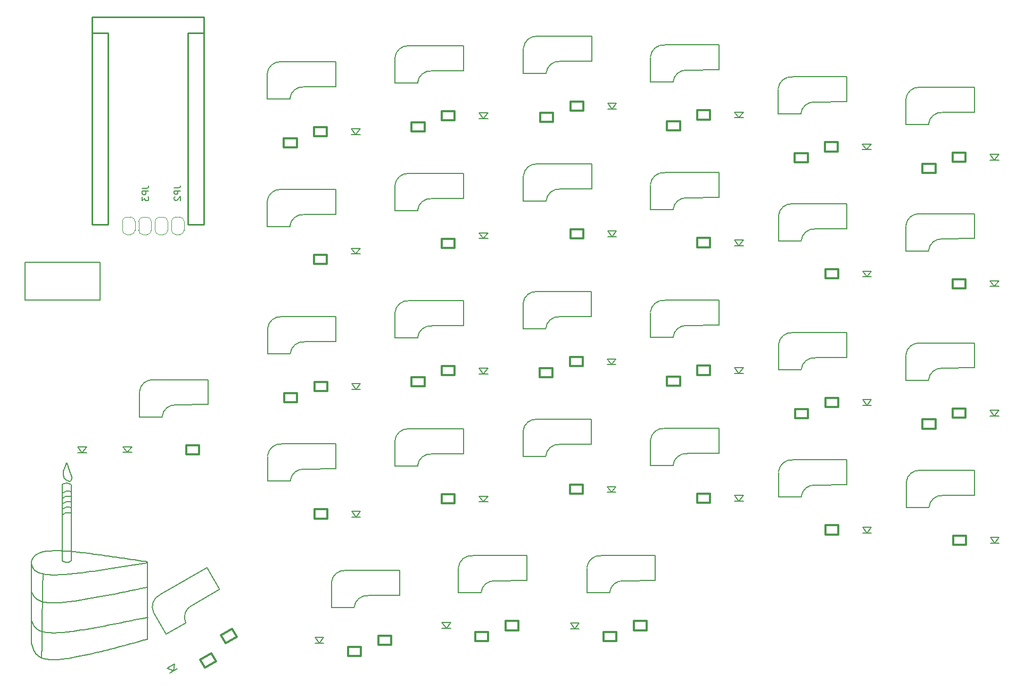
<source format=gbr>
%TF.GenerationSoftware,KiCad,Pcbnew,(5.1.8)-1*%
%TF.CreationDate,2020-12-16T21:53:35-07:00*%
%TF.ProjectId,RGBCakeBoard,52474243-616b-4654-926f-6172642e6b69,rev?*%
%TF.SameCoordinates,Original*%
%TF.FileFunction,Legend,Bot*%
%TF.FilePolarity,Positive*%
%FSLAX46Y46*%
G04 Gerber Fmt 4.6, Leading zero omitted, Abs format (unit mm)*
G04 Created by KiCad (PCBNEW (5.1.8)-1) date 2020-12-16 21:53:35*
%MOMM*%
%LPD*%
G01*
G04 APERTURE LIST*
%ADD10C,0.200000*%
%ADD11C,0.300000*%
%ADD12C,0.150000*%
%ADD13C,0.120000*%
%ADD14C,0.250000*%
G04 APERTURE END LIST*
D10*
X78841600Y-122631200D02*
X79044542Y-122613215D01*
X79044542Y-122613215D02*
X79248646Y-122628805D01*
X79248646Y-122628805D02*
X79453461Y-122664831D01*
X79453461Y-122664831D02*
X79567387Y-122688841D01*
X78132615Y-123869389D02*
X78309394Y-123762243D01*
X78309394Y-123762243D02*
X78486557Y-123664330D01*
X78486557Y-123664330D02*
X78686791Y-123576715D01*
X78686791Y-123576715D02*
X78843532Y-123533152D01*
X78134298Y-131143817D02*
X78134298Y-119014804D01*
X77026358Y-137864932D02*
X76744806Y-137869038D01*
X76744806Y-137869038D02*
X76478722Y-137866750D01*
X76478722Y-137866750D02*
X76227606Y-137858272D01*
X76227606Y-137858272D02*
X75990959Y-137843812D01*
X75990959Y-137843812D02*
X75768282Y-137823575D01*
X75768282Y-137823575D02*
X75559076Y-137797768D01*
X75559076Y-137797768D02*
X75179083Y-137730267D01*
X75179083Y-137730267D02*
X74846987Y-137642961D01*
X74846987Y-137642961D02*
X74558797Y-137537498D01*
X74558797Y-137537498D02*
X74310521Y-137415530D01*
X74310521Y-137415530D02*
X74098168Y-137278705D01*
X74098168Y-137278705D02*
X73917746Y-137128674D01*
X73917746Y-137128674D02*
X73765263Y-136967087D01*
X73765263Y-136967087D02*
X73636728Y-136795594D01*
X73636728Y-136795594D02*
X73528149Y-136615846D01*
X73528149Y-136615846D02*
X73435535Y-136429491D01*
X73435535Y-136429491D02*
X73354894Y-136238181D01*
X73354894Y-136238181D02*
X73282233Y-136043564D01*
X73282233Y-136043564D02*
X73213563Y-135847293D01*
X78833875Y-121765944D02*
X79036818Y-121747959D01*
X79036818Y-121747959D02*
X79240921Y-121763549D01*
X79240921Y-121763549D02*
X79445735Y-121799575D01*
X79445735Y-121799575D02*
X79559662Y-121823585D01*
X79602139Y-131143817D02*
X79411765Y-131284537D01*
X79411765Y-131284537D02*
X79192358Y-131377105D01*
X79192358Y-131377105D02*
X78980765Y-131406556D01*
X78980765Y-131406556D02*
X78737407Y-131383323D01*
X78737407Y-131383323D02*
X78516305Y-131320927D01*
X78516305Y-131320927D02*
X78268797Y-131214735D01*
X78268797Y-131214735D02*
X78134298Y-131143817D01*
X75112880Y-133232076D02*
X75094622Y-133438612D01*
X75094622Y-133438612D02*
X75081195Y-133653513D01*
X75081195Y-133653513D02*
X75070027Y-133899921D01*
X75070027Y-133899921D02*
X75061315Y-134143080D01*
X75061315Y-134143080D02*
X75052255Y-134446901D01*
X75052255Y-134446901D02*
X75045994Y-134687880D01*
X75045994Y-134687880D02*
X75039537Y-134962916D01*
X75039537Y-134962916D02*
X75032867Y-135274848D01*
X75032867Y-135274848D02*
X75025969Y-135626513D01*
X75025969Y-135626513D02*
X75018826Y-136020752D01*
X79602139Y-119014804D02*
X79602139Y-131143817D01*
X78857749Y-115587379D02*
X78755826Y-115820083D01*
X78755826Y-115820083D02*
X78656995Y-116051441D01*
X78656995Y-116051441D02*
X78564352Y-116280098D01*
X78564352Y-116280098D02*
X78480991Y-116504698D01*
X78480991Y-116504698D02*
X78410010Y-116723885D01*
X78410010Y-116723885D02*
X78354503Y-116936304D01*
X78354503Y-116936304D02*
X78317566Y-117140599D01*
X78317566Y-117140599D02*
X78302296Y-117335415D01*
X77088162Y-142639283D02*
X76806610Y-142643389D01*
X76806610Y-142643389D02*
X76540526Y-142641101D01*
X76540526Y-142641101D02*
X76289410Y-142632623D01*
X76289410Y-142632623D02*
X76052763Y-142618162D01*
X76052763Y-142618162D02*
X75830086Y-142597925D01*
X75830086Y-142597925D02*
X75620880Y-142572118D01*
X75620880Y-142572118D02*
X75240887Y-142504618D01*
X75240887Y-142504618D02*
X74908791Y-142417311D01*
X74908791Y-142417311D02*
X74620601Y-142311848D01*
X74620601Y-142311848D02*
X74372326Y-142189880D01*
X74372326Y-142189880D02*
X74159973Y-142053055D01*
X74159973Y-142053055D02*
X73979551Y-141903024D01*
X73979551Y-141903024D02*
X73827068Y-141741438D01*
X73827068Y-141741438D02*
X73698533Y-141569945D01*
X73698533Y-141569945D02*
X73589955Y-141390197D01*
X73589955Y-141390197D02*
X73497341Y-141203842D01*
X73497341Y-141203842D02*
X73416699Y-141012532D01*
X73416699Y-141012532D02*
X73344039Y-140817916D01*
X73344039Y-140817916D02*
X73275369Y-140621645D01*
X78134298Y-119014804D02*
X78360017Y-118911371D01*
X78360017Y-118911371D02*
X78551163Y-118848524D01*
X78551163Y-118848524D02*
X78762023Y-118816384D01*
X78762023Y-118816384D02*
X78973737Y-118837086D01*
X78973737Y-118837086D02*
X79186306Y-118910633D01*
X79186306Y-118910633D02*
X79396361Y-118987131D01*
X79396361Y-118987131D02*
X79602139Y-119014804D01*
X91799891Y-140150624D02*
X91255096Y-140263557D01*
X91255096Y-140263557D02*
X90710799Y-140376284D01*
X90710799Y-140376284D02*
X90167498Y-140488599D01*
X90167498Y-140488599D02*
X89625694Y-140600295D01*
X89625694Y-140600295D02*
X89085884Y-140711167D01*
X89085884Y-140711167D02*
X88548568Y-140821008D01*
X88548568Y-140821008D02*
X88014244Y-140929611D01*
X88014244Y-140929611D02*
X87483412Y-141036771D01*
X87483412Y-141036771D02*
X86956570Y-141142281D01*
X86956570Y-141142281D02*
X86434217Y-141245935D01*
X86434217Y-141245935D02*
X85916853Y-141347526D01*
X85916853Y-141347526D02*
X85404976Y-141446849D01*
X85404976Y-141446849D02*
X84899086Y-141543698D01*
X84899086Y-141543698D02*
X84399680Y-141637865D01*
X84399680Y-141637865D02*
X83907259Y-141729145D01*
X83907259Y-141729145D02*
X83422321Y-141817331D01*
X83422321Y-141817331D02*
X82945365Y-141902217D01*
X82945365Y-141902217D02*
X82476890Y-141983598D01*
X82476890Y-141983598D02*
X82017395Y-142061266D01*
X82017395Y-142061266D02*
X81567379Y-142135015D01*
X81567379Y-142135015D02*
X81127341Y-142204640D01*
X81127341Y-142204640D02*
X80697780Y-142269933D01*
X80697780Y-142269933D02*
X80279194Y-142330689D01*
X80279194Y-142330689D02*
X79872083Y-142386702D01*
X79872083Y-142386702D02*
X79476946Y-142437765D01*
X79476946Y-142437765D02*
X79094282Y-142483671D01*
X79094282Y-142483671D02*
X78724589Y-142524216D01*
X78724589Y-142524216D02*
X78368366Y-142559191D01*
X78368366Y-142559191D02*
X78026114Y-142588392D01*
X78026114Y-142588392D02*
X77698329Y-142611612D01*
X77698329Y-142611612D02*
X77385512Y-142628644D01*
X77385512Y-142628644D02*
X77088162Y-142639283D01*
X91738085Y-135376273D02*
X91193290Y-135489205D01*
X91193290Y-135489205D02*
X90648993Y-135601932D01*
X90648993Y-135601932D02*
X90105693Y-135714247D01*
X90105693Y-135714247D02*
X89563889Y-135825943D01*
X89563889Y-135825943D02*
X89024079Y-135936815D01*
X89024079Y-135936815D02*
X88486762Y-136046655D01*
X88486762Y-136046655D02*
X87952439Y-136155258D01*
X87952439Y-136155258D02*
X87421607Y-136262418D01*
X87421607Y-136262418D02*
X86894765Y-136367928D01*
X86894765Y-136367928D02*
X86372412Y-136471582D01*
X86372412Y-136471582D02*
X85855048Y-136573173D01*
X85855048Y-136573173D02*
X85343172Y-136672497D01*
X85343172Y-136672497D02*
X84837281Y-136769345D01*
X84837281Y-136769345D02*
X84337876Y-136863512D01*
X84337876Y-136863512D02*
X83845455Y-136954792D01*
X83845455Y-136954792D02*
X83360517Y-137042978D01*
X83360517Y-137042978D02*
X82883561Y-137127865D01*
X82883561Y-137127865D02*
X82415086Y-137209245D01*
X82415086Y-137209245D02*
X81955591Y-137286914D01*
X81955591Y-137286914D02*
X81505575Y-137360663D01*
X81505575Y-137360663D02*
X81065537Y-137430288D01*
X81065537Y-137430288D02*
X80635975Y-137495582D01*
X80635975Y-137495582D02*
X80217390Y-137556338D01*
X80217390Y-137556338D02*
X79810279Y-137612350D01*
X79810279Y-137612350D02*
X79415142Y-137663413D01*
X79415142Y-137663413D02*
X79032477Y-137709320D01*
X79032477Y-137709320D02*
X78662784Y-137749864D01*
X78662784Y-137749864D02*
X78306562Y-137784840D01*
X78306562Y-137784840D02*
X77964309Y-137814041D01*
X77964309Y-137814041D02*
X77636525Y-137837261D01*
X77636525Y-137837261D02*
X77323708Y-137854293D01*
X77323708Y-137854293D02*
X77026358Y-137864932D01*
X79648178Y-118051687D02*
X79633235Y-117840853D01*
X79633235Y-117840853D02*
X79584744Y-117591127D01*
X79584744Y-117591127D02*
X79529243Y-117381654D01*
X79529243Y-117381654D02*
X79459591Y-117155777D01*
X79459591Y-117155777D02*
X79377809Y-116915841D01*
X79377809Y-116915841D02*
X79285920Y-116664192D01*
X79285920Y-116664192D02*
X79185947Y-116403176D01*
X79185947Y-116403176D02*
X79079912Y-116135138D01*
X79079912Y-116135138D02*
X78969839Y-115862424D01*
X78969839Y-115862424D02*
X78857749Y-115587379D01*
X78140343Y-121240794D02*
X78317120Y-121133646D01*
X78317120Y-121133646D02*
X78494283Y-121035732D01*
X78494283Y-121035732D02*
X78694515Y-120948117D01*
X78694515Y-120948117D02*
X78851257Y-120904554D01*
X75018826Y-136020752D02*
X75015157Y-136234604D01*
X75015157Y-136234604D02*
X75011426Y-136459452D01*
X75011426Y-136459452D02*
X75007633Y-136694943D01*
X75007633Y-136694943D02*
X75003781Y-136940721D01*
X75003781Y-136940721D02*
X74999872Y-137196432D01*
X74999872Y-137196432D02*
X74995907Y-137461720D01*
X74995907Y-137461720D02*
X74991890Y-137736232D01*
X74991890Y-137736232D02*
X74987821Y-138019611D01*
X74987821Y-138019611D02*
X74983703Y-138311504D01*
X74983703Y-138311504D02*
X74979538Y-138611556D01*
X74979538Y-138611556D02*
X74975328Y-138919412D01*
X74975328Y-138919412D02*
X74971075Y-139234717D01*
X74971075Y-139234717D02*
X74966781Y-139557116D01*
X74966781Y-139557116D02*
X74962449Y-139886255D01*
X74962449Y-139886255D02*
X74958079Y-140221778D01*
X74958079Y-140221778D02*
X74953675Y-140563332D01*
X74953675Y-140563332D02*
X74949238Y-140910561D01*
X74949238Y-140910561D02*
X74944771Y-141263111D01*
X74944771Y-141263111D02*
X74940274Y-141620626D01*
X74940274Y-141620626D02*
X74935752Y-141982753D01*
X74935752Y-141982753D02*
X74931204Y-142349135D01*
X74931204Y-142349135D02*
X74926634Y-142719419D01*
X74926634Y-142719419D02*
X74922044Y-143093250D01*
X74922044Y-143093250D02*
X74917436Y-143470273D01*
X74917436Y-143470273D02*
X74912811Y-143850133D01*
X74912811Y-143850133D02*
X74908171Y-144232476D01*
X74908171Y-144232476D02*
X74903520Y-144616946D01*
X74903520Y-144616946D02*
X74898858Y-145003189D01*
X74898858Y-145003189D02*
X74894188Y-145390850D01*
X74894188Y-145390850D02*
X74889512Y-145779574D01*
X74889512Y-145779574D02*
X74884832Y-146169008D01*
X74884832Y-146169008D02*
X74880150Y-146558795D01*
X78122958Y-122102184D02*
X78299737Y-121995036D01*
X78299737Y-121995036D02*
X78476900Y-121897122D01*
X78476900Y-121897122D02*
X78677133Y-121809507D01*
X78677133Y-121809507D02*
X78833875Y-121765944D01*
X73211443Y-131324132D02*
X73212891Y-131728755D01*
X73212891Y-131728755D02*
X73214339Y-132133379D01*
X73214339Y-132133379D02*
X73215788Y-132538005D01*
X73215788Y-132538005D02*
X73217236Y-132942632D01*
X73217236Y-132942632D02*
X73218685Y-133347259D01*
X73218685Y-133347259D02*
X73220133Y-133751887D01*
X73220133Y-133751887D02*
X73221582Y-134156516D01*
X73221582Y-134156516D02*
X73223030Y-134561146D01*
X73223030Y-134561146D02*
X73224479Y-134965776D01*
X73224479Y-134965776D02*
X73225927Y-135370406D01*
X73225927Y-135370406D02*
X73227376Y-135775036D01*
X73227376Y-135775036D02*
X73228824Y-136179666D01*
X73228824Y-136179666D02*
X73230273Y-136584296D01*
X73230273Y-136584296D02*
X73231721Y-136988926D01*
X73231721Y-136988926D02*
X73233170Y-137393555D01*
X73233170Y-137393555D02*
X73234619Y-137798183D01*
X73234619Y-137798183D02*
X73236067Y-138202811D01*
X73236067Y-138202811D02*
X73237516Y-138607438D01*
X73237516Y-138607438D02*
X73238964Y-139012064D01*
X73238964Y-139012064D02*
X73240413Y-139416689D01*
X73240413Y-139416689D02*
X73241861Y-139821312D01*
X73241861Y-139821312D02*
X73243310Y-140225935D01*
X73243310Y-140225935D02*
X73244758Y-140630555D01*
X73244758Y-140630555D02*
X73246207Y-141035174D01*
X73246207Y-141035174D02*
X73247655Y-141439791D01*
X73247655Y-141439791D02*
X73249104Y-141844406D01*
X73249104Y-141844406D02*
X73250552Y-142249019D01*
X73250552Y-142249019D02*
X73252001Y-142653630D01*
X73252001Y-142653630D02*
X73253449Y-143058239D01*
X73253449Y-143058239D02*
X73254898Y-143462845D01*
X73254898Y-143462845D02*
X73256346Y-143867448D01*
X73256346Y-143867448D02*
X73257795Y-144272049D01*
X74450187Y-129959349D02*
X74237267Y-130060002D01*
X74237267Y-130060002D02*
X74052909Y-130168707D01*
X74052909Y-130168707D02*
X73846420Y-130324732D01*
X73846420Y-130324732D02*
X73678450Y-130491619D01*
X73678450Y-130491619D02*
X73541993Y-130667394D01*
X73541993Y-130667394D02*
X73430046Y-130850086D01*
X73430046Y-130850086D02*
X73335604Y-131037722D01*
X73335604Y-131037722D02*
X73251664Y-131228330D01*
X73251664Y-131228330D02*
X73211443Y-131324132D01*
X78130687Y-122967441D02*
X78307464Y-122860293D01*
X78307464Y-122860293D02*
X78484626Y-122762378D01*
X78484626Y-122762378D02*
X78684859Y-122674763D01*
X78684859Y-122674763D02*
X78841600Y-122631200D01*
X78139472Y-120435650D02*
X78316251Y-120328502D01*
X78316251Y-120328502D02*
X78493414Y-120230588D01*
X78493414Y-120230588D02*
X78693647Y-120142972D01*
X78693647Y-120142972D02*
X78850388Y-120099410D01*
X78843532Y-123533152D02*
X79046474Y-123515166D01*
X79046474Y-123515166D02*
X79250578Y-123530755D01*
X79250578Y-123530755D02*
X79455392Y-123566780D01*
X79455392Y-123566780D02*
X79569319Y-123590790D01*
X78850388Y-120099410D02*
X79053330Y-120081425D01*
X79053330Y-120081425D02*
X79257434Y-120097014D01*
X79257434Y-120097014D02*
X79462249Y-120133040D01*
X79462249Y-120133040D02*
X79576176Y-120157050D01*
X78302296Y-117335415D02*
X78316668Y-117563609D01*
X78316668Y-117563609D02*
X78365520Y-117772677D01*
X78365520Y-117772677D02*
X78444683Y-117960434D01*
X78444683Y-117960434D02*
X78573821Y-118154538D01*
X78573821Y-118154538D02*
X78733401Y-118311039D01*
X78733401Y-118311039D02*
X78884444Y-118410010D01*
X78851257Y-120904554D02*
X79054200Y-120886567D01*
X79054200Y-120886567D02*
X79258304Y-120902156D01*
X79258304Y-120902156D02*
X79463118Y-120938182D01*
X79463118Y-120938182D02*
X79577044Y-120962192D01*
X91675355Y-131339585D02*
X91250526Y-131274901D01*
X91250526Y-131274901D02*
X90825983Y-131210296D01*
X90825983Y-131210296D02*
X90402010Y-131145849D01*
X90402010Y-131145849D02*
X89978894Y-131081639D01*
X89978894Y-131081639D02*
X89556921Y-131017746D01*
X89556921Y-131017746D02*
X89136377Y-130954247D01*
X89136377Y-130954247D02*
X88717548Y-130891223D01*
X88717548Y-130891223D02*
X88300719Y-130828753D01*
X88300719Y-130828753D02*
X87886177Y-130766915D01*
X87886177Y-130766915D02*
X87474208Y-130705789D01*
X87474208Y-130705789D02*
X87065098Y-130645454D01*
X87065098Y-130645454D02*
X86659132Y-130585988D01*
X86659132Y-130585988D02*
X86256597Y-130527472D01*
X86256597Y-130527472D02*
X85857779Y-130469983D01*
X85857779Y-130469983D02*
X85462963Y-130413602D01*
X85462963Y-130413602D02*
X85072436Y-130358406D01*
X85072436Y-130358406D02*
X84686484Y-130304477D01*
X84686484Y-130304477D02*
X84305392Y-130251891D01*
X84305392Y-130251891D02*
X83929447Y-130200729D01*
X83929447Y-130200729D02*
X83558935Y-130151070D01*
X83558935Y-130151070D02*
X83194141Y-130102992D01*
X83194141Y-130102992D02*
X82835352Y-130056576D01*
X82835352Y-130056576D02*
X82482853Y-130011899D01*
X82482853Y-130011899D02*
X82136931Y-129969041D01*
X82136931Y-129969041D02*
X81797871Y-129928081D01*
X81797871Y-129928081D02*
X81465960Y-129889098D01*
X81465960Y-129889098D02*
X81141484Y-129852172D01*
X81141484Y-129852172D02*
X80824728Y-129817381D01*
X80824728Y-129817381D02*
X80515978Y-129784804D01*
X80515978Y-129784804D02*
X80215521Y-129754521D01*
X80215521Y-129754521D02*
X79923642Y-129726611D01*
X79923642Y-129726611D02*
X79640628Y-129701153D01*
X78884444Y-118410010D02*
X79079087Y-118486699D01*
X79079087Y-118486699D02*
X79302048Y-118506110D01*
X79302048Y-118506110D02*
X79491226Y-118434352D01*
X79491226Y-118434352D02*
X79615808Y-118254919D01*
X79615808Y-118254919D02*
X79648178Y-118051687D01*
X77048555Y-146919440D02*
X76768630Y-146924826D01*
X76768630Y-146924826D02*
X76504083Y-146921822D01*
X76504083Y-146921822D02*
X76254418Y-146910696D01*
X76254418Y-146910696D02*
X76019139Y-146891721D01*
X76019139Y-146891721D02*
X75797748Y-146865166D01*
X75797748Y-146865166D02*
X75589752Y-146831303D01*
X75589752Y-146831303D02*
X75211954Y-146742731D01*
X75211954Y-146742731D02*
X74881777Y-146628173D01*
X74881777Y-146628173D02*
X74595252Y-146489791D01*
X74595252Y-146489791D02*
X74348411Y-146329752D01*
X74348411Y-146329752D02*
X74137285Y-146150221D01*
X74137285Y-146150221D02*
X73957905Y-145953362D01*
X73957905Y-145953362D02*
X73806304Y-145741341D01*
X73806304Y-145741341D02*
X73678512Y-145516322D01*
X73678512Y-145516322D02*
X73570561Y-145280472D01*
X73570561Y-145280472D02*
X73478482Y-145035954D01*
X73478482Y-145035954D02*
X73398307Y-144784934D01*
X73398307Y-144784934D02*
X73326067Y-144529577D01*
X73326067Y-144529577D02*
X73257795Y-144272049D01*
X91736792Y-131483151D02*
X91176070Y-131574843D01*
X91176070Y-131574843D02*
X90615879Y-131666350D01*
X90615879Y-131666350D02*
X90056749Y-131757489D01*
X90056749Y-131757489D02*
X89499208Y-131848073D01*
X89499208Y-131848073D02*
X88943786Y-131937920D01*
X88943786Y-131937920D02*
X88391014Y-132026843D01*
X88391014Y-132026843D02*
X87841422Y-132114660D01*
X87841422Y-132114660D02*
X87295538Y-132201184D01*
X87295538Y-132201184D02*
X86753894Y-132286232D01*
X86753894Y-132286232D02*
X86217018Y-132369619D01*
X86217018Y-132369619D02*
X85685441Y-132451161D01*
X85685441Y-132451161D02*
X85159693Y-132530673D01*
X85159693Y-132530673D02*
X84640302Y-132607970D01*
X84640302Y-132607970D02*
X84127800Y-132682867D01*
X84127800Y-132682867D02*
X83622716Y-132755182D01*
X83622716Y-132755182D02*
X83125579Y-132824728D01*
X83125579Y-132824728D02*
X82636920Y-132891321D01*
X82636920Y-132891321D02*
X82157269Y-132954777D01*
X82157269Y-132954777D02*
X81687154Y-133014911D01*
X81687154Y-133014911D02*
X81227107Y-133071538D01*
X81227107Y-133071538D02*
X80777656Y-133124475D01*
X80777656Y-133124475D02*
X80339333Y-133173537D01*
X80339333Y-133173537D02*
X79912665Y-133218538D01*
X79912665Y-133218538D02*
X79498184Y-133259294D01*
X79498184Y-133259294D02*
X79096420Y-133295622D01*
X79096420Y-133295622D02*
X78707901Y-133327336D01*
X78707901Y-133327336D02*
X78333158Y-133354252D01*
X78333158Y-133354252D02*
X77972721Y-133376185D01*
X77972721Y-133376185D02*
X77627119Y-133392950D01*
X77627119Y-133392950D02*
X77296882Y-133404364D01*
X77296882Y-133404364D02*
X76982541Y-133410242D01*
X76982541Y-133410242D02*
X76684625Y-133410399D01*
X76684625Y-133410399D02*
X76403488Y-133404709D01*
X76403488Y-133404709D02*
X76138781Y-133393296D01*
X76138781Y-133393296D02*
X75889973Y-133376344D01*
X75889973Y-133376344D02*
X75656533Y-133354036D01*
X75656533Y-133354036D02*
X75437933Y-133326558D01*
X75437933Y-133326558D02*
X75233641Y-133294095D01*
X75233641Y-133294095D02*
X74865866Y-133214951D01*
X74865866Y-133214951D02*
X74548967Y-133118082D01*
X74548967Y-133118082D02*
X74278705Y-133004965D01*
X74278705Y-133004965D02*
X74050841Y-132877078D01*
X74050841Y-132877078D02*
X73861135Y-132735898D01*
X73861135Y-132735898D02*
X73705346Y-132582903D01*
X73705346Y-132582903D02*
X73579237Y-132419571D01*
X73579237Y-132419571D02*
X73436445Y-132158421D01*
X73436445Y-132158421D02*
X73336582Y-131882324D01*
X73336582Y-131882324D02*
X73265339Y-131596265D01*
X73265339Y-131596265D02*
X73208407Y-131305232D01*
X79640628Y-129701153D02*
X79366687Y-129678204D01*
X79366687Y-129678204D02*
X79101722Y-129657738D01*
X79101722Y-129657738D02*
X78845556Y-129639708D01*
X78845556Y-129639708D02*
X78598012Y-129624064D01*
X78598012Y-129624064D02*
X78358913Y-129610759D01*
X78358913Y-129610759D02*
X78128083Y-129599744D01*
X78128083Y-129599744D02*
X77905345Y-129590971D01*
X77905345Y-129590971D02*
X77690523Y-129584392D01*
X77690523Y-129584392D02*
X77483440Y-129579959D01*
X77483440Y-129579959D02*
X77091783Y-129577337D01*
X77091783Y-129577337D02*
X76728962Y-129582720D01*
X76728962Y-129582720D02*
X76393564Y-129595721D01*
X76393564Y-129595721D02*
X76084175Y-129615956D01*
X76084175Y-129615956D02*
X75799383Y-129643038D01*
X75799383Y-129643038D02*
X75537775Y-129676583D01*
X75537775Y-129676583D02*
X75297937Y-129716203D01*
X75297937Y-129716203D02*
X75078456Y-129761514D01*
X75078456Y-129761514D02*
X74877920Y-129812130D01*
X74877920Y-129812130D02*
X74609545Y-129897157D01*
X74609545Y-129897157D02*
X74450187Y-129959349D01*
X91675355Y-131339585D02*
X91675355Y-131724433D01*
X91675355Y-131724433D02*
X91675355Y-132109280D01*
X91675355Y-132109280D02*
X91675355Y-132494125D01*
X91675355Y-132494125D02*
X91675355Y-132878969D01*
X91675355Y-132878969D02*
X91675355Y-133263812D01*
X91675355Y-133263812D02*
X91675355Y-133648653D01*
X91675355Y-133648653D02*
X91675355Y-134033492D01*
X91675355Y-134033492D02*
X91675355Y-134418331D01*
X91675355Y-134418331D02*
X91675355Y-134803167D01*
X91675355Y-134803167D02*
X91675355Y-135188003D01*
X91675355Y-135188003D02*
X91675355Y-135572836D01*
X91675355Y-135572836D02*
X91675355Y-135957669D01*
X91675355Y-135957669D02*
X91675355Y-136342500D01*
X91675355Y-136342500D02*
X91675355Y-136727329D01*
X91675355Y-136727329D02*
X91675355Y-137112157D01*
X91675355Y-137112157D02*
X91675355Y-137496984D01*
X91675355Y-137496984D02*
X91675355Y-137881809D01*
X91675355Y-137881809D02*
X91675355Y-138266632D01*
X91675355Y-138266632D02*
X91675355Y-138651454D01*
X91675355Y-138651454D02*
X91675355Y-139036275D01*
X91675355Y-139036275D02*
X91675355Y-139421094D01*
X91675355Y-139421094D02*
X91675355Y-139805912D01*
X91675355Y-139805912D02*
X91675355Y-140190728D01*
X91675355Y-140190728D02*
X91675355Y-140575543D01*
X91675355Y-140575543D02*
X91675355Y-140960357D01*
X91675355Y-140960357D02*
X91675355Y-141345169D01*
X91675355Y-141345169D02*
X91675355Y-141729979D01*
X91675355Y-141729979D02*
X91675355Y-142114789D01*
X91675355Y-142114789D02*
X91675355Y-142499596D01*
X91675355Y-142499596D02*
X91675355Y-142884402D01*
X91675355Y-142884402D02*
X91675355Y-143269207D01*
X91675355Y-143269207D02*
X91675355Y-143654011D01*
X91675355Y-143654011D02*
X91133703Y-143802194D01*
X91133703Y-143802194D02*
X90592546Y-143950107D01*
X90592546Y-143950107D02*
X90052380Y-144097479D01*
X90052380Y-144097479D02*
X89513701Y-144244040D01*
X89513701Y-144244040D02*
X88977006Y-144389518D01*
X88977006Y-144389518D02*
X88442790Y-144533643D01*
X88442790Y-144533643D02*
X87911550Y-144676145D01*
X87911550Y-144676145D02*
X87383781Y-144816753D01*
X87383781Y-144816753D02*
X86859980Y-144955196D01*
X86859980Y-144955196D02*
X86340642Y-145091203D01*
X86340642Y-145091203D02*
X85826264Y-145224504D01*
X85826264Y-145224504D02*
X85317342Y-145354829D01*
X85317342Y-145354829D02*
X84814371Y-145481906D01*
X84814371Y-145481906D02*
X84317849Y-145605465D01*
X84317849Y-145605465D02*
X83828270Y-145725236D01*
X83828270Y-145725236D02*
X83346132Y-145840948D01*
X83346132Y-145840948D02*
X82871930Y-145952329D01*
X82871930Y-145952329D02*
X82406160Y-146059110D01*
X82406160Y-146059110D02*
X81949318Y-146161020D01*
X81949318Y-146161020D02*
X81501900Y-146257789D01*
X81501900Y-146257789D02*
X81064403Y-146349144D01*
X81064403Y-146349144D02*
X80637322Y-146434817D01*
X80637322Y-146434817D02*
X80221154Y-146514536D01*
X80221154Y-146514536D02*
X79816394Y-146588031D01*
X79816394Y-146588031D02*
X79423539Y-146655031D01*
X79423539Y-146655031D02*
X79043085Y-146715265D01*
X79043085Y-146715265D02*
X78675528Y-146768464D01*
X78675528Y-146768464D02*
X78321363Y-146814355D01*
X78321363Y-146814355D02*
X77981087Y-146852669D01*
X77981087Y-146852669D02*
X77655197Y-146883135D01*
X77655197Y-146883135D02*
X77344187Y-146905482D01*
X77344187Y-146905482D02*
X77048555Y-146919440D01*
D11*
%TO.C,SW13*%
X97900000Y-112763500D02*
X99950000Y-112763500D01*
X97900000Y-114213500D02*
X97900000Y-112763500D01*
X99950000Y-114213500D02*
X97900000Y-114213500D01*
X99950000Y-112763500D02*
X99950000Y-114213500D01*
D12*
X101320000Y-106306500D02*
X96270000Y-106352500D01*
X101320000Y-106260500D02*
X101320000Y-102352500D01*
X101320000Y-102352500D02*
X92695000Y-102352500D01*
X90420000Y-104306500D02*
X90420000Y-108251500D01*
X90420000Y-108260500D02*
X94030000Y-108260500D01*
X94035001Y-108236499D02*
G75*
G02*
X96295000Y-106356500I2069999J-190000D01*
G01*
X90431000Y-104236500D02*
G75*
G02*
X92695000Y-102352500I2074000J-190000D01*
G01*
D11*
%TO.C,SW20*%
X103394558Y-142999959D02*
X105169910Y-141974959D01*
X104119558Y-144255695D02*
X103394558Y-142999959D01*
X105894910Y-143230695D02*
X104119558Y-144255695D01*
X105169910Y-141974959D02*
X105894910Y-143230695D01*
D12*
X103127865Y-135698033D02*
X98777437Y-138262870D01*
X103104865Y-135658195D02*
X101150865Y-132273768D01*
X101150865Y-132273768D02*
X93681396Y-136586268D01*
X92688188Y-139415982D02*
X94660688Y-142832452D01*
X94665188Y-142840246D02*
X97791540Y-141035246D01*
X97783870Y-141011961D02*
G75*
G02*
X98801087Y-138253834I1887672J870455D01*
G01*
X92662714Y-139349860D02*
G75*
G02*
X93681396Y-136586268I1891137J872455D01*
G01*
%TO.C,D18*%
X205484500Y-106418000D02*
X206884500Y-106418000D01*
X206884500Y-105518000D02*
X206184500Y-106418000D01*
X205484500Y-105518000D02*
X206884500Y-105518000D01*
X206184500Y-106418000D02*
X205484500Y-105518000D01*
%TO.C,J3*%
X84199500Y-89649500D02*
X72199500Y-89649500D01*
X84199500Y-83649500D02*
X84199500Y-89649500D01*
X72199500Y-83649500D02*
X84199500Y-83649500D01*
X72199500Y-89649500D02*
X72199500Y-83649500D01*
%TO.C,D57*%
X80605400Y-113934600D02*
X82005400Y-113934600D01*
X82005400Y-113034600D02*
X81305400Y-113934600D01*
X80605400Y-113034600D02*
X82005400Y-113034600D01*
X81305400Y-113934600D02*
X80605400Y-113034600D01*
D13*
%TO.C,JP5*%
X89709500Y-78551000D02*
X89709500Y-77151000D01*
X89009500Y-76451000D02*
X88409500Y-76451000D01*
X87709500Y-77151000D02*
X87709500Y-78551000D01*
X88409500Y-79251000D02*
X89009500Y-79251000D01*
X89009500Y-79251000D02*
G75*
G03*
X89709500Y-78551000I0J700000D01*
G01*
X87709500Y-78551000D02*
G75*
G03*
X88409500Y-79251000I700000J0D01*
G01*
X88409500Y-76451000D02*
G75*
G03*
X87709500Y-77151000I0J-700000D01*
G01*
X89709500Y-77151000D02*
G75*
G03*
X89009500Y-76451000I-700000J0D01*
G01*
%TO.C,JP4*%
X92313000Y-78566000D02*
X92313000Y-77166000D01*
X91613000Y-76466000D02*
X91013000Y-76466000D01*
X90313000Y-77166000D02*
X90313000Y-78566000D01*
X91013000Y-79266000D02*
X91613000Y-79266000D01*
X91613000Y-79266000D02*
G75*
G03*
X92313000Y-78566000I0J700000D01*
G01*
X90313000Y-78566000D02*
G75*
G03*
X91013000Y-79266000I700000J0D01*
G01*
X91013000Y-76466000D02*
G75*
G03*
X90313000Y-77166000I0J-700000D01*
G01*
X92313000Y-77166000D02*
G75*
G03*
X91613000Y-76466000I-700000J0D01*
G01*
%TO.C,JP3*%
X94916500Y-78566000D02*
X94916500Y-77166000D01*
X94216500Y-76466000D02*
X93616500Y-76466000D01*
X92916500Y-77166000D02*
X92916500Y-78566000D01*
X93616500Y-79266000D02*
X94216500Y-79266000D01*
X94216500Y-79266000D02*
G75*
G03*
X94916500Y-78566000I0J700000D01*
G01*
X92916500Y-78566000D02*
G75*
G03*
X93616500Y-79266000I700000J0D01*
G01*
X93616500Y-76466000D02*
G75*
G03*
X92916500Y-77166000I0J-700000D01*
G01*
X94916500Y-77166000D02*
G75*
G03*
X94216500Y-76466000I-700000J0D01*
G01*
%TO.C,JP2*%
X97520000Y-78551000D02*
X97520000Y-77151000D01*
X96820000Y-76451000D02*
X96220000Y-76451000D01*
X95520000Y-77151000D02*
X95520000Y-78551000D01*
X96220000Y-79251000D02*
X96820000Y-79251000D01*
X96820000Y-79251000D02*
G75*
G03*
X97520000Y-78551000I0J700000D01*
G01*
X95520000Y-78551000D02*
G75*
G03*
X96220000Y-79251000I700000J0D01*
G01*
X96220000Y-76451000D02*
G75*
G03*
X95520000Y-77151000I0J-700000D01*
G01*
X97520000Y-77151000D02*
G75*
G03*
X96820000Y-76451000I-700000J0D01*
G01*
D12*
%TO.C,SW16*%
X151443500Y-94227000D02*
X155053500Y-94227000D01*
X151443500Y-90273000D02*
X151443500Y-94218000D01*
X162343500Y-88319000D02*
X153718500Y-88319000D01*
X162343500Y-92227000D02*
X162343500Y-88319000D01*
X162343500Y-92273000D02*
X157293500Y-92319000D01*
D11*
X160973500Y-98730000D02*
X160973500Y-100180000D01*
X160973500Y-100180000D02*
X158923500Y-100180000D01*
X158923500Y-100180000D02*
X158923500Y-98730000D01*
X158923500Y-98730000D02*
X160973500Y-98730000D01*
D12*
X155058501Y-94202999D02*
G75*
G02*
X157318500Y-92323000I2069999J-190000D01*
G01*
X151454500Y-90203000D02*
G75*
G02*
X153718500Y-88319000I2074000J-190000D01*
G01*
D11*
%TO.C,D58*%
X164273500Y-143967000D02*
X164273500Y-142517000D01*
X164273500Y-142517000D02*
X166323500Y-142517000D01*
X166323500Y-142517000D02*
X166323500Y-143967000D01*
X166323500Y-143967000D02*
X164273500Y-143967000D01*
%TO.C,D57*%
X143826500Y-143967000D02*
X143826500Y-142517000D01*
X143826500Y-142517000D02*
X145876500Y-142517000D01*
X145876500Y-142517000D02*
X145876500Y-143967000D01*
X145876500Y-143967000D02*
X143826500Y-143967000D01*
D12*
%TO.C,U1*%
X82867500Y-77660500D02*
X82867500Y-47180500D01*
D14*
X85407500Y-77660500D02*
X82867500Y-77660500D01*
X85407500Y-47180500D02*
X85407500Y-77660500D01*
X82867500Y-47180500D02*
X85407500Y-47180500D01*
X98107500Y-77660500D02*
X98107500Y-47180500D01*
X100647500Y-77660500D02*
X98107500Y-77660500D01*
D12*
X100647500Y-47180500D02*
X100647500Y-77660500D01*
D14*
X98107500Y-47180500D02*
X100647500Y-47180500D01*
X82867500Y-77660500D02*
X82867500Y-44640500D01*
X100647500Y-44640500D02*
X100647500Y-77660500D01*
X82867500Y-44640500D02*
X100647500Y-44640500D01*
D12*
%TO.C,D29*%
X159002500Y-141963500D02*
X160402500Y-141963500D01*
X160402500Y-141063500D02*
X159702500Y-141963500D01*
X159002500Y-141063500D02*
X160402500Y-141063500D01*
X159702500Y-141963500D02*
X159002500Y-141063500D01*
%TO.C,D28*%
X138555500Y-141914500D02*
X139955500Y-141914500D01*
X139955500Y-141014500D02*
X139255500Y-141914500D01*
X138555500Y-141014500D02*
X139955500Y-141014500D01*
X139255500Y-141914500D02*
X138555500Y-141014500D01*
%TO.C,D27*%
X118362500Y-144264000D02*
X119762500Y-144264000D01*
X119762500Y-143364000D02*
X119062500Y-144264000D01*
X118362500Y-143364000D02*
X119762500Y-143364000D01*
X119062500Y-144264000D02*
X118362500Y-143364000D01*
%TO.C,D26*%
X225804500Y-128374500D02*
X227204500Y-128374500D01*
X227204500Y-127474500D02*
X226504500Y-128374500D01*
X225804500Y-127474500D02*
X227204500Y-127474500D01*
X226504500Y-128374500D02*
X225804500Y-127474500D01*
%TO.C,D25*%
X205484500Y-126738000D02*
X206884500Y-126738000D01*
X206884500Y-125838000D02*
X206184500Y-126738000D01*
X205484500Y-125838000D02*
X206884500Y-125838000D01*
X206184500Y-126738000D02*
X205484500Y-125838000D01*
%TO.C,D24*%
X185101000Y-121643500D02*
X186501000Y-121643500D01*
X186501000Y-120743500D02*
X185801000Y-121643500D01*
X185101000Y-120743500D02*
X186501000Y-120743500D01*
X185801000Y-121643500D02*
X185101000Y-120743500D01*
%TO.C,D23*%
X164844500Y-120261000D02*
X166244500Y-120261000D01*
X166244500Y-119361000D02*
X165544500Y-120261000D01*
X164844500Y-119361000D02*
X166244500Y-119361000D01*
X165544500Y-120261000D02*
X164844500Y-119361000D01*
%TO.C,D22*%
X144461000Y-121785000D02*
X145861000Y-121785000D01*
X145861000Y-120885000D02*
X145161000Y-121785000D01*
X144461000Y-120885000D02*
X145861000Y-120885000D01*
X145161000Y-121785000D02*
X144461000Y-120885000D01*
%TO.C,D21*%
X124204500Y-124198000D02*
X125604500Y-124198000D01*
X125604500Y-123298000D02*
X124904500Y-124198000D01*
X124204500Y-123298000D02*
X125604500Y-123298000D01*
X124904500Y-124198000D02*
X124204500Y-123298000D01*
%TO.C,D20*%
X95250282Y-149043770D02*
X96462718Y-148343770D01*
X96012718Y-147564347D02*
X95856500Y-148693770D01*
X94800282Y-148264347D02*
X96012718Y-147564347D01*
X95856500Y-148693770D02*
X94800282Y-148264347D01*
%TO.C,D19*%
X225741000Y-108132500D02*
X227141000Y-108132500D01*
X227141000Y-107232500D02*
X226441000Y-108132500D01*
X225741000Y-107232500D02*
X227141000Y-107232500D01*
X226441000Y-108132500D02*
X225741000Y-107232500D01*
%TO.C,D17*%
X185101000Y-101338000D02*
X186501000Y-101338000D01*
X186501000Y-100438000D02*
X185801000Y-101338000D01*
X185101000Y-100438000D02*
X186501000Y-100438000D01*
X185801000Y-101338000D02*
X185101000Y-100438000D01*
%TO.C,D16*%
X164844500Y-99941000D02*
X166244500Y-99941000D01*
X166244500Y-99041000D02*
X165544500Y-99941000D01*
X164844500Y-99041000D02*
X166244500Y-99041000D01*
X165544500Y-99941000D02*
X164844500Y-99041000D01*
%TO.C,D15*%
X144461000Y-101416000D02*
X145861000Y-101416000D01*
X145861000Y-100516000D02*
X145161000Y-101416000D01*
X144461000Y-100516000D02*
X145861000Y-100516000D01*
X145161000Y-101416000D02*
X144461000Y-100516000D01*
%TO.C,D14*%
X124204500Y-103878000D02*
X125604500Y-103878000D01*
X125604500Y-102978000D02*
X124904500Y-103878000D01*
X124204500Y-102978000D02*
X125604500Y-102978000D01*
X124904500Y-103878000D02*
X124204500Y-102978000D01*
%TO.C,D13*%
X87819000Y-113925500D02*
X89219000Y-113925500D01*
X89219000Y-113025500D02*
X88519000Y-113925500D01*
X87819000Y-113025500D02*
X89219000Y-113025500D01*
X88519000Y-113925500D02*
X87819000Y-113025500D01*
%TO.C,D12*%
X225741000Y-87495000D02*
X227141000Y-87495000D01*
X227141000Y-86595000D02*
X226441000Y-87495000D01*
X225741000Y-86595000D02*
X227141000Y-86595000D01*
X226441000Y-87495000D02*
X225741000Y-86595000D01*
%TO.C,D11*%
X205484500Y-85971000D02*
X206884500Y-85971000D01*
X206884500Y-85071000D02*
X206184500Y-85971000D01*
X205484500Y-85071000D02*
X206884500Y-85071000D01*
X206184500Y-85971000D02*
X205484500Y-85071000D01*
%TO.C,D10*%
X185101000Y-81018000D02*
X186501000Y-81018000D01*
X186501000Y-80118000D02*
X185801000Y-81018000D01*
X185101000Y-80118000D02*
X186501000Y-80118000D01*
X185801000Y-81018000D02*
X185101000Y-80118000D01*
%TO.C,D9*%
X164908000Y-79606500D02*
X166308000Y-79606500D01*
X166308000Y-78706500D02*
X165608000Y-79606500D01*
X164908000Y-78706500D02*
X166308000Y-78706500D01*
X165608000Y-79606500D02*
X164908000Y-78706500D01*
%TO.C,D8*%
X144461000Y-79875000D02*
X145861000Y-79875000D01*
X145861000Y-78975000D02*
X145161000Y-79875000D01*
X144461000Y-78975000D02*
X145861000Y-78975000D01*
X145161000Y-79875000D02*
X144461000Y-78975000D01*
%TO.C,D7*%
X124141000Y-82337000D02*
X125541000Y-82337000D01*
X125541000Y-81437000D02*
X124841000Y-82337000D01*
X124141000Y-81437000D02*
X125541000Y-81437000D01*
X124841000Y-82337000D02*
X124141000Y-81437000D01*
%TO.C,D6*%
X225741000Y-67380000D02*
X227141000Y-67380000D01*
X227141000Y-66480000D02*
X226441000Y-67380000D01*
X225741000Y-66480000D02*
X227141000Y-66480000D01*
X226441000Y-67380000D02*
X225741000Y-66480000D01*
%TO.C,D5*%
X205421000Y-65729000D02*
X206821000Y-65729000D01*
X206821000Y-64829000D02*
X206121000Y-65729000D01*
X205421000Y-64829000D02*
X206821000Y-64829000D01*
X206121000Y-65729000D02*
X205421000Y-64829000D01*
%TO.C,D4*%
X185101000Y-60649000D02*
X186501000Y-60649000D01*
X186501000Y-59749000D02*
X185801000Y-60649000D01*
X185101000Y-59749000D02*
X186501000Y-59749000D01*
X185801000Y-60649000D02*
X185101000Y-59749000D01*
%TO.C,D3*%
X164908000Y-59252000D02*
X166308000Y-59252000D01*
X166308000Y-58352000D02*
X165608000Y-59252000D01*
X164908000Y-58352000D02*
X166308000Y-58352000D01*
X165608000Y-59252000D02*
X164908000Y-58352000D01*
%TO.C,D2*%
X144461000Y-60776000D02*
X145861000Y-60776000D01*
X145861000Y-59876000D02*
X145161000Y-60776000D01*
X144461000Y-59876000D02*
X145861000Y-59876000D01*
X145161000Y-60776000D02*
X144461000Y-59876000D01*
%TO.C,D1*%
X124141000Y-63316000D02*
X125541000Y-63316000D01*
X125541000Y-62416000D02*
X124841000Y-63316000D01*
X124141000Y-62416000D02*
X125541000Y-62416000D01*
X124841000Y-63316000D02*
X124141000Y-62416000D01*
D11*
%TO.C,D56*%
X125683500Y-146316500D02*
X123633500Y-146316500D01*
X125683500Y-144866500D02*
X125683500Y-146316500D01*
X123633500Y-144866500D02*
X125683500Y-144866500D01*
X123633500Y-146316500D02*
X123633500Y-144866500D01*
%TO.C,D55*%
X102601885Y-147173141D02*
X100826533Y-148198141D01*
X101876885Y-145917404D02*
X102601885Y-147173141D01*
X100101533Y-146942404D02*
X101876885Y-145917404D01*
X100826533Y-148198141D02*
X100101533Y-146942404D01*
%TO.C,D54*%
X118283500Y-122987000D02*
X120333500Y-122987000D01*
X118283500Y-124437000D02*
X118283500Y-122987000D01*
X120333500Y-124437000D02*
X118283500Y-124437000D01*
X120333500Y-122987000D02*
X120333500Y-124437000D01*
%TO.C,D53*%
X138540000Y-120574000D02*
X140590000Y-120574000D01*
X138540000Y-122024000D02*
X138540000Y-120574000D01*
X140590000Y-122024000D02*
X138540000Y-122024000D01*
X140590000Y-120574000D02*
X140590000Y-122024000D01*
%TO.C,D52*%
X158923500Y-119050000D02*
X160973500Y-119050000D01*
X158923500Y-120500000D02*
X158923500Y-119050000D01*
X160973500Y-120500000D02*
X158923500Y-120500000D01*
X160973500Y-119050000D02*
X160973500Y-120500000D01*
%TO.C,D51*%
X179180000Y-120510500D02*
X181230000Y-120510500D01*
X179180000Y-121960500D02*
X179180000Y-120510500D01*
X181230000Y-121960500D02*
X179180000Y-121960500D01*
X181230000Y-120510500D02*
X181230000Y-121960500D01*
%TO.C,D50*%
X199563500Y-125527000D02*
X201613500Y-125527000D01*
X199563500Y-126977000D02*
X199563500Y-125527000D01*
X201613500Y-126977000D02*
X199563500Y-126977000D01*
X201613500Y-125527000D02*
X201613500Y-126977000D01*
%TO.C,D49*%
X219883500Y-127178000D02*
X221933500Y-127178000D01*
X219883500Y-128628000D02*
X219883500Y-127178000D01*
X221933500Y-128628000D02*
X219883500Y-128628000D01*
X221933500Y-127178000D02*
X221933500Y-128628000D01*
%TO.C,D48*%
X217060000Y-110121500D02*
X215010000Y-110121500D01*
X217060000Y-108671500D02*
X217060000Y-110121500D01*
X215010000Y-108671500D02*
X217060000Y-108671500D01*
X215010000Y-110121500D02*
X215010000Y-108671500D01*
%TO.C,D47*%
X196803500Y-108470500D02*
X194753500Y-108470500D01*
X196803500Y-107020500D02*
X196803500Y-108470500D01*
X194753500Y-107020500D02*
X196803500Y-107020500D01*
X194753500Y-108470500D02*
X194753500Y-107020500D01*
%TO.C,D46*%
X176420000Y-103327000D02*
X174370000Y-103327000D01*
X176420000Y-101877000D02*
X176420000Y-103327000D01*
X174370000Y-101877000D02*
X176420000Y-101877000D01*
X174370000Y-103327000D02*
X174370000Y-101877000D01*
%TO.C,D45*%
X156163500Y-101930000D02*
X154113500Y-101930000D01*
X156163500Y-100480000D02*
X156163500Y-101930000D01*
X154113500Y-100480000D02*
X156163500Y-100480000D01*
X154113500Y-101930000D02*
X154113500Y-100480000D01*
%TO.C,D44*%
X135780000Y-103390500D02*
X133730000Y-103390500D01*
X135780000Y-101940500D02*
X135780000Y-103390500D01*
X133730000Y-101940500D02*
X135780000Y-101940500D01*
X133730000Y-103390500D02*
X133730000Y-101940500D01*
%TO.C,D43*%
X115523500Y-105930500D02*
X113473500Y-105930500D01*
X115523500Y-104480500D02*
X115523500Y-105930500D01*
X113473500Y-104480500D02*
X115523500Y-104480500D01*
X113473500Y-105930500D02*
X113473500Y-104480500D01*
%TO.C,D42*%
X97900000Y-112763500D02*
X99950000Y-112763500D01*
X97900000Y-114213500D02*
X97900000Y-112763500D01*
X99950000Y-114213500D02*
X97900000Y-114213500D01*
X99950000Y-112763500D02*
X99950000Y-114213500D01*
%TO.C,D41*%
X118220000Y-82474000D02*
X120270000Y-82474000D01*
X118220000Y-83924000D02*
X118220000Y-82474000D01*
X120270000Y-83924000D02*
X118220000Y-83924000D01*
X120270000Y-82474000D02*
X120270000Y-83924000D01*
%TO.C,D40*%
X138540000Y-79934000D02*
X140590000Y-79934000D01*
X138540000Y-81384000D02*
X138540000Y-79934000D01*
X140590000Y-81384000D02*
X138540000Y-81384000D01*
X140590000Y-79934000D02*
X140590000Y-81384000D01*
%TO.C,D39*%
X159000000Y-78424000D02*
X161050000Y-78424000D01*
X159000000Y-79874000D02*
X159000000Y-78424000D01*
X161050000Y-79874000D02*
X159000000Y-79874000D01*
X161050000Y-78424000D02*
X161050000Y-79874000D01*
%TO.C,D38*%
X179180000Y-79807000D02*
X181230000Y-79807000D01*
X179180000Y-81257000D02*
X179180000Y-79807000D01*
X181230000Y-81257000D02*
X179180000Y-81257000D01*
X181230000Y-79807000D02*
X181230000Y-81257000D01*
%TO.C,D37*%
X199563500Y-84760000D02*
X201613500Y-84760000D01*
X199563500Y-86210000D02*
X199563500Y-84760000D01*
X201613500Y-86210000D02*
X199563500Y-86210000D01*
X201613500Y-84760000D02*
X201613500Y-86210000D01*
%TO.C,D36*%
X219820000Y-86347500D02*
X221870000Y-86347500D01*
X219820000Y-87797500D02*
X219820000Y-86347500D01*
X221870000Y-87797500D02*
X219820000Y-87797500D01*
X221870000Y-86347500D02*
X221870000Y-87797500D01*
%TO.C,D35*%
X217060000Y-69418000D02*
X215010000Y-69418000D01*
X217060000Y-67968000D02*
X217060000Y-69418000D01*
X215010000Y-67968000D02*
X217060000Y-67968000D01*
X215010000Y-69418000D02*
X215010000Y-67968000D01*
%TO.C,D34*%
X196740000Y-67767000D02*
X194690000Y-67767000D01*
X196740000Y-66317000D02*
X196740000Y-67767000D01*
X194690000Y-66317000D02*
X196740000Y-66317000D01*
X194690000Y-67767000D02*
X194690000Y-66317000D01*
%TO.C,D33*%
X176420000Y-62687000D02*
X174370000Y-62687000D01*
X176420000Y-61237000D02*
X176420000Y-62687000D01*
X174370000Y-61237000D02*
X176420000Y-61237000D01*
X174370000Y-62687000D02*
X174370000Y-61237000D01*
%TO.C,D32*%
X156227000Y-61290000D02*
X154177000Y-61290000D01*
X156227000Y-59840000D02*
X156227000Y-61290000D01*
X154177000Y-59840000D02*
X156227000Y-59840000D01*
X154177000Y-61290000D02*
X154177000Y-59840000D01*
%TO.C,D31*%
X135780000Y-62814000D02*
X133730000Y-62814000D01*
X135780000Y-61364000D02*
X135780000Y-62814000D01*
X133730000Y-61364000D02*
X135780000Y-61364000D01*
X133730000Y-62814000D02*
X133730000Y-61364000D01*
%TO.C,D30*%
X115460000Y-65354000D02*
X113410000Y-65354000D01*
X115460000Y-63904000D02*
X115460000Y-65354000D01*
X113410000Y-63904000D02*
X115460000Y-63904000D01*
X113410000Y-65354000D02*
X113410000Y-63904000D01*
%TO.C,SW29*%
X169083500Y-140767000D02*
X171133500Y-140767000D01*
X169083500Y-142217000D02*
X169083500Y-140767000D01*
X171133500Y-142217000D02*
X169083500Y-142217000D01*
X171133500Y-140767000D02*
X171133500Y-142217000D01*
D12*
X172503500Y-134310000D02*
X167453500Y-134356000D01*
X172503500Y-134264000D02*
X172503500Y-130356000D01*
X172503500Y-130356000D02*
X163878500Y-130356000D01*
X161603500Y-132310000D02*
X161603500Y-136255000D01*
X161603500Y-136264000D02*
X165213500Y-136264000D01*
X165218501Y-136239999D02*
G75*
G02*
X167478500Y-134360000I2069999J-190000D01*
G01*
X161614500Y-132240000D02*
G75*
G02*
X163878500Y-130356000I2074000J-190000D01*
G01*
D11*
%TO.C,SW28*%
X148636500Y-140767000D02*
X150686500Y-140767000D01*
X148636500Y-142217000D02*
X148636500Y-140767000D01*
X150686500Y-142217000D02*
X148636500Y-142217000D01*
X150686500Y-140767000D02*
X150686500Y-142217000D01*
D12*
X152056500Y-134310000D02*
X147006500Y-134356000D01*
X152056500Y-134264000D02*
X152056500Y-130356000D01*
X152056500Y-130356000D02*
X143431500Y-130356000D01*
X141156500Y-132310000D02*
X141156500Y-136255000D01*
X141156500Y-136264000D02*
X144766500Y-136264000D01*
X144771501Y-136239999D02*
G75*
G02*
X147031500Y-134360000I2069999J-190000D01*
G01*
X141167500Y-132240000D02*
G75*
G02*
X143431500Y-130356000I2074000J-190000D01*
G01*
D11*
%TO.C,SW27*%
X128443500Y-143116500D02*
X130493500Y-143116500D01*
X128443500Y-144566500D02*
X128443500Y-143116500D01*
X130493500Y-144566500D02*
X128443500Y-144566500D01*
X130493500Y-143116500D02*
X130493500Y-144566500D01*
D12*
X131863500Y-136659500D02*
X126813500Y-136705500D01*
X131863500Y-136613500D02*
X131863500Y-132705500D01*
X131863500Y-132705500D02*
X123238500Y-132705500D01*
X120963500Y-134659500D02*
X120963500Y-138604500D01*
X120963500Y-138613500D02*
X124573500Y-138613500D01*
X124578501Y-138589499D02*
G75*
G02*
X126838500Y-136709500I2069999J-190000D01*
G01*
X120974500Y-134589500D02*
G75*
G02*
X123238500Y-132705500I2074000J-190000D01*
G01*
D11*
%TO.C,SW26*%
X219883500Y-127178000D02*
X221933500Y-127178000D01*
X219883500Y-128628000D02*
X219883500Y-127178000D01*
X221933500Y-128628000D02*
X219883500Y-128628000D01*
X221933500Y-127178000D02*
X221933500Y-128628000D01*
D12*
X223303500Y-120721000D02*
X218253500Y-120767000D01*
X223303500Y-120675000D02*
X223303500Y-116767000D01*
X223303500Y-116767000D02*
X214678500Y-116767000D01*
X212403500Y-118721000D02*
X212403500Y-122666000D01*
X212403500Y-122675000D02*
X216013500Y-122675000D01*
X216018501Y-122650999D02*
G75*
G02*
X218278500Y-120771000I2069999J-190000D01*
G01*
X212414500Y-118651000D02*
G75*
G02*
X214678500Y-116767000I2074000J-190000D01*
G01*
D11*
%TO.C,SW25*%
X199563500Y-125527000D02*
X201613500Y-125527000D01*
X199563500Y-126977000D02*
X199563500Y-125527000D01*
X201613500Y-126977000D02*
X199563500Y-126977000D01*
X201613500Y-125527000D02*
X201613500Y-126977000D01*
D12*
X202983500Y-119070000D02*
X197933500Y-119116000D01*
X202983500Y-119024000D02*
X202983500Y-115116000D01*
X202983500Y-115116000D02*
X194358500Y-115116000D01*
X192083500Y-117070000D02*
X192083500Y-121015000D01*
X192083500Y-121024000D02*
X195693500Y-121024000D01*
X195698501Y-120999999D02*
G75*
G02*
X197958500Y-119120000I2069999J-190000D01*
G01*
X192094500Y-117000000D02*
G75*
G02*
X194358500Y-115116000I2074000J-190000D01*
G01*
D11*
%TO.C,SW24*%
X179180000Y-120510500D02*
X181230000Y-120510500D01*
X179180000Y-121960500D02*
X179180000Y-120510500D01*
X181230000Y-121960500D02*
X179180000Y-121960500D01*
X181230000Y-120510500D02*
X181230000Y-121960500D01*
D12*
X182600000Y-114053500D02*
X177550000Y-114099500D01*
X182600000Y-114007500D02*
X182600000Y-110099500D01*
X182600000Y-110099500D02*
X173975000Y-110099500D01*
X171700000Y-112053500D02*
X171700000Y-115998500D01*
X171700000Y-116007500D02*
X175310000Y-116007500D01*
X175315001Y-115983499D02*
G75*
G02*
X177575000Y-114103500I2069999J-190000D01*
G01*
X171711000Y-111983500D02*
G75*
G02*
X173975000Y-110099500I2074000J-190000D01*
G01*
D11*
%TO.C,SW23*%
X158923500Y-119050000D02*
X160973500Y-119050000D01*
X158923500Y-120500000D02*
X158923500Y-119050000D01*
X160973500Y-120500000D02*
X158923500Y-120500000D01*
X160973500Y-119050000D02*
X160973500Y-120500000D01*
D12*
X162343500Y-112593000D02*
X157293500Y-112639000D01*
X162343500Y-112547000D02*
X162343500Y-108639000D01*
X162343500Y-108639000D02*
X153718500Y-108639000D01*
X151443500Y-110593000D02*
X151443500Y-114538000D01*
X151443500Y-114547000D02*
X155053500Y-114547000D01*
X155058501Y-114522999D02*
G75*
G02*
X157318500Y-112643000I2069999J-190000D01*
G01*
X151454500Y-110523000D02*
G75*
G02*
X153718500Y-108639000I2074000J-190000D01*
G01*
D11*
%TO.C,SW22*%
X138540000Y-120574000D02*
X140590000Y-120574000D01*
X138540000Y-122024000D02*
X138540000Y-120574000D01*
X140590000Y-122024000D02*
X138540000Y-122024000D01*
X140590000Y-120574000D02*
X140590000Y-122024000D01*
D12*
X141960000Y-114117000D02*
X136910000Y-114163000D01*
X141960000Y-114071000D02*
X141960000Y-110163000D01*
X141960000Y-110163000D02*
X133335000Y-110163000D01*
X131060000Y-112117000D02*
X131060000Y-116062000D01*
X131060000Y-116071000D02*
X134670000Y-116071000D01*
X134675001Y-116046999D02*
G75*
G02*
X136935000Y-114167000I2069999J-190000D01*
G01*
X131071000Y-112047000D02*
G75*
G02*
X133335000Y-110163000I2074000J-190000D01*
G01*
D11*
%TO.C,SW21*%
X118283500Y-122987000D02*
X120333500Y-122987000D01*
X118283500Y-124437000D02*
X118283500Y-122987000D01*
X120333500Y-124437000D02*
X118283500Y-124437000D01*
X120333500Y-122987000D02*
X120333500Y-124437000D01*
D12*
X121703500Y-116530000D02*
X116653500Y-116576000D01*
X121703500Y-116484000D02*
X121703500Y-112576000D01*
X121703500Y-112576000D02*
X113078500Y-112576000D01*
X110803500Y-114530000D02*
X110803500Y-118475000D01*
X110803500Y-118484000D02*
X114413500Y-118484000D01*
X114418501Y-118459999D02*
G75*
G02*
X116678500Y-116580000I2069999J-190000D01*
G01*
X110814500Y-114460000D02*
G75*
G02*
X113078500Y-112576000I2074000J-190000D01*
G01*
D11*
%TO.C,SW19*%
X219820000Y-106921500D02*
X221870000Y-106921500D01*
X219820000Y-108371500D02*
X219820000Y-106921500D01*
X221870000Y-108371500D02*
X219820000Y-108371500D01*
X221870000Y-106921500D02*
X221870000Y-108371500D01*
D12*
X223240000Y-100464500D02*
X218190000Y-100510500D01*
X223240000Y-100418500D02*
X223240000Y-96510500D01*
X223240000Y-96510500D02*
X214615000Y-96510500D01*
X212340000Y-98464500D02*
X212340000Y-102409500D01*
X212340000Y-102418500D02*
X215950000Y-102418500D01*
X215955001Y-102394499D02*
G75*
G02*
X218215000Y-100514500I2069999J-190000D01*
G01*
X212351000Y-98394500D02*
G75*
G02*
X214615000Y-96510500I2074000J-190000D01*
G01*
D11*
%TO.C,SW18*%
X199563500Y-105270500D02*
X201613500Y-105270500D01*
X199563500Y-106720500D02*
X199563500Y-105270500D01*
X201613500Y-106720500D02*
X199563500Y-106720500D01*
X201613500Y-105270500D02*
X201613500Y-106720500D01*
D12*
X202983500Y-98813500D02*
X197933500Y-98859500D01*
X202983500Y-98767500D02*
X202983500Y-94859500D01*
X202983500Y-94859500D02*
X194358500Y-94859500D01*
X192083500Y-96813500D02*
X192083500Y-100758500D01*
X192083500Y-100767500D02*
X195693500Y-100767500D01*
X195698501Y-100743499D02*
G75*
G02*
X197958500Y-98863500I2069999J-190000D01*
G01*
X192094500Y-96743500D02*
G75*
G02*
X194358500Y-94859500I2074000J-190000D01*
G01*
D11*
%TO.C,SW17*%
X179180000Y-100127000D02*
X181230000Y-100127000D01*
X179180000Y-101577000D02*
X179180000Y-100127000D01*
X181230000Y-101577000D02*
X179180000Y-101577000D01*
X181230000Y-100127000D02*
X181230000Y-101577000D01*
D12*
X182600000Y-93670000D02*
X177550000Y-93716000D01*
X182600000Y-93624000D02*
X182600000Y-89716000D01*
X182600000Y-89716000D02*
X173975000Y-89716000D01*
X171700000Y-91670000D02*
X171700000Y-95615000D01*
X171700000Y-95624000D02*
X175310000Y-95624000D01*
X175315001Y-95599999D02*
G75*
G02*
X177575000Y-93720000I2069999J-190000D01*
G01*
X171711000Y-91600000D02*
G75*
G02*
X173975000Y-89716000I2074000J-190000D01*
G01*
D11*
%TO.C,SW15*%
X138540000Y-100190500D02*
X140590000Y-100190500D01*
X138540000Y-101640500D02*
X138540000Y-100190500D01*
X140590000Y-101640500D02*
X138540000Y-101640500D01*
X140590000Y-100190500D02*
X140590000Y-101640500D01*
D12*
X141960000Y-93733500D02*
X136910000Y-93779500D01*
X141960000Y-93687500D02*
X141960000Y-89779500D01*
X141960000Y-89779500D02*
X133335000Y-89779500D01*
X131060000Y-91733500D02*
X131060000Y-95678500D01*
X131060000Y-95687500D02*
X134670000Y-95687500D01*
X134675001Y-95663499D02*
G75*
G02*
X136935000Y-93783500I2069999J-190000D01*
G01*
X131071000Y-91663500D02*
G75*
G02*
X133335000Y-89779500I2074000J-190000D01*
G01*
D11*
%TO.C,SW14*%
X118283500Y-102730500D02*
X120333500Y-102730500D01*
X118283500Y-104180500D02*
X118283500Y-102730500D01*
X120333500Y-104180500D02*
X118283500Y-104180500D01*
X120333500Y-102730500D02*
X120333500Y-104180500D01*
D12*
X121703500Y-96273500D02*
X116653500Y-96319500D01*
X121703500Y-96227500D02*
X121703500Y-92319500D01*
X121703500Y-92319500D02*
X113078500Y-92319500D01*
X110803500Y-94273500D02*
X110803500Y-98218500D01*
X110803500Y-98227500D02*
X114413500Y-98227500D01*
X114418501Y-98203499D02*
G75*
G02*
X116678500Y-96323500I2069999J-190000D01*
G01*
X110814500Y-94203500D02*
G75*
G02*
X113078500Y-92319500I2074000J-190000D01*
G01*
D11*
%TO.C,SW12*%
X219820000Y-86347500D02*
X221870000Y-86347500D01*
X219820000Y-87797500D02*
X219820000Y-86347500D01*
X221870000Y-87797500D02*
X219820000Y-87797500D01*
X221870000Y-86347500D02*
X221870000Y-87797500D01*
D12*
X223240000Y-79890500D02*
X218190000Y-79936500D01*
X223240000Y-79844500D02*
X223240000Y-75936500D01*
X223240000Y-75936500D02*
X214615000Y-75936500D01*
X212340000Y-77890500D02*
X212340000Y-81835500D01*
X212340000Y-81844500D02*
X215950000Y-81844500D01*
X215955001Y-81820499D02*
G75*
G02*
X218215000Y-79940500I2069999J-190000D01*
G01*
X212351000Y-77820500D02*
G75*
G02*
X214615000Y-75936500I2074000J-190000D01*
G01*
D11*
%TO.C,SW11*%
X199563500Y-84760000D02*
X201613500Y-84760000D01*
X199563500Y-86210000D02*
X199563500Y-84760000D01*
X201613500Y-86210000D02*
X199563500Y-86210000D01*
X201613500Y-84760000D02*
X201613500Y-86210000D01*
D12*
X202983500Y-78303000D02*
X197933500Y-78349000D01*
X202983500Y-78257000D02*
X202983500Y-74349000D01*
X202983500Y-74349000D02*
X194358500Y-74349000D01*
X192083500Y-76303000D02*
X192083500Y-80248000D01*
X192083500Y-80257000D02*
X195693500Y-80257000D01*
X195698501Y-80232999D02*
G75*
G02*
X197958500Y-78353000I2069999J-190000D01*
G01*
X192094500Y-76233000D02*
G75*
G02*
X194358500Y-74349000I2074000J-190000D01*
G01*
D11*
%TO.C,SW10*%
X179180000Y-79807000D02*
X181230000Y-79807000D01*
X179180000Y-81257000D02*
X179180000Y-79807000D01*
X181230000Y-81257000D02*
X179180000Y-81257000D01*
X181230000Y-79807000D02*
X181230000Y-81257000D01*
D12*
X182600000Y-73350000D02*
X177550000Y-73396000D01*
X182600000Y-73304000D02*
X182600000Y-69396000D01*
X182600000Y-69396000D02*
X173975000Y-69396000D01*
X171700000Y-71350000D02*
X171700000Y-75295000D01*
X171700000Y-75304000D02*
X175310000Y-75304000D01*
X175315001Y-75279999D02*
G75*
G02*
X177575000Y-73400000I2069999J-190000D01*
G01*
X171711000Y-71280000D02*
G75*
G02*
X173975000Y-69396000I2074000J-190000D01*
G01*
D11*
%TO.C,SW9*%
X158987000Y-78410000D02*
X161037000Y-78410000D01*
X158987000Y-79860000D02*
X158987000Y-78410000D01*
X161037000Y-79860000D02*
X158987000Y-79860000D01*
X161037000Y-78410000D02*
X161037000Y-79860000D01*
D12*
X162407000Y-71953000D02*
X157357000Y-71999000D01*
X162407000Y-71907000D02*
X162407000Y-67999000D01*
X162407000Y-67999000D02*
X153782000Y-67999000D01*
X151507000Y-69953000D02*
X151507000Y-73898000D01*
X151507000Y-73907000D02*
X155117000Y-73907000D01*
X155122001Y-73882999D02*
G75*
G02*
X157382000Y-72003000I2069999J-190000D01*
G01*
X151518000Y-69883000D02*
G75*
G02*
X153782000Y-67999000I2074000J-190000D01*
G01*
D11*
%TO.C,SW8*%
X138540000Y-79934000D02*
X140590000Y-79934000D01*
X138540000Y-81384000D02*
X138540000Y-79934000D01*
X140590000Y-81384000D02*
X138540000Y-81384000D01*
X140590000Y-79934000D02*
X140590000Y-81384000D01*
D12*
X141960000Y-73477000D02*
X136910000Y-73523000D01*
X141960000Y-73431000D02*
X141960000Y-69523000D01*
X141960000Y-69523000D02*
X133335000Y-69523000D01*
X131060000Y-71477000D02*
X131060000Y-75422000D01*
X131060000Y-75431000D02*
X134670000Y-75431000D01*
X134675001Y-75406999D02*
G75*
G02*
X136935000Y-73527000I2069999J-190000D01*
G01*
X131071000Y-71407000D02*
G75*
G02*
X133335000Y-69523000I2074000J-190000D01*
G01*
D11*
%TO.C,SW7*%
X118220000Y-82474000D02*
X120270000Y-82474000D01*
X118220000Y-83924000D02*
X118220000Y-82474000D01*
X120270000Y-83924000D02*
X118220000Y-83924000D01*
X120270000Y-82474000D02*
X120270000Y-83924000D01*
D12*
X121640000Y-76017000D02*
X116590000Y-76063000D01*
X121640000Y-75971000D02*
X121640000Y-72063000D01*
X121640000Y-72063000D02*
X113015000Y-72063000D01*
X110740000Y-74017000D02*
X110740000Y-77962000D01*
X110740000Y-77971000D02*
X114350000Y-77971000D01*
X114355001Y-77946999D02*
G75*
G02*
X116615000Y-76067000I2069999J-190000D01*
G01*
X110751000Y-73947000D02*
G75*
G02*
X113015000Y-72063000I2074000J-190000D01*
G01*
D11*
%TO.C,SW6*%
X219820000Y-66218000D02*
X221870000Y-66218000D01*
X219820000Y-67668000D02*
X219820000Y-66218000D01*
X221870000Y-67668000D02*
X219820000Y-67668000D01*
X221870000Y-66218000D02*
X221870000Y-67668000D01*
D12*
X223240000Y-59761000D02*
X218190000Y-59807000D01*
X223240000Y-59715000D02*
X223240000Y-55807000D01*
X223240000Y-55807000D02*
X214615000Y-55807000D01*
X212340000Y-57761000D02*
X212340000Y-61706000D01*
X212340000Y-61715000D02*
X215950000Y-61715000D01*
X215955001Y-61690999D02*
G75*
G02*
X218215000Y-59811000I2069999J-190000D01*
G01*
X212351000Y-57691000D02*
G75*
G02*
X214615000Y-55807000I2074000J-190000D01*
G01*
D11*
%TO.C,SW5*%
X199500000Y-64567000D02*
X201550000Y-64567000D01*
X199500000Y-66017000D02*
X199500000Y-64567000D01*
X201550000Y-66017000D02*
X199500000Y-66017000D01*
X201550000Y-64567000D02*
X201550000Y-66017000D01*
D12*
X202920000Y-58110000D02*
X197870000Y-58156000D01*
X202920000Y-58064000D02*
X202920000Y-54156000D01*
X202920000Y-54156000D02*
X194295000Y-54156000D01*
X192020000Y-56110000D02*
X192020000Y-60055000D01*
X192020000Y-60064000D02*
X195630000Y-60064000D01*
X195635001Y-60039999D02*
G75*
G02*
X197895000Y-58160000I2069999J-190000D01*
G01*
X192031000Y-56040000D02*
G75*
G02*
X194295000Y-54156000I2074000J-190000D01*
G01*
D11*
%TO.C,SW4*%
X179180000Y-59487000D02*
X181230000Y-59487000D01*
X179180000Y-60937000D02*
X179180000Y-59487000D01*
X181230000Y-60937000D02*
X179180000Y-60937000D01*
X181230000Y-59487000D02*
X181230000Y-60937000D01*
D12*
X182600000Y-53030000D02*
X177550000Y-53076000D01*
X182600000Y-52984000D02*
X182600000Y-49076000D01*
X182600000Y-49076000D02*
X173975000Y-49076000D01*
X171700000Y-51030000D02*
X171700000Y-54975000D01*
X171700000Y-54984000D02*
X175310000Y-54984000D01*
X175315001Y-54959999D02*
G75*
G02*
X177575000Y-53080000I2069999J-190000D01*
G01*
X171711000Y-50960000D02*
G75*
G02*
X173975000Y-49076000I2074000J-190000D01*
G01*
D11*
%TO.C,SW3*%
X158987000Y-58090001D02*
X161037000Y-58090001D01*
X158987000Y-59540001D02*
X158987000Y-58090001D01*
X161037000Y-59540001D02*
X158987000Y-59540001D01*
X161037000Y-58090001D02*
X161037000Y-59540001D01*
D12*
X162407000Y-51633001D02*
X157357000Y-51679001D01*
X162407000Y-51587001D02*
X162407000Y-47679001D01*
X162407000Y-47679001D02*
X153782000Y-47679001D01*
X151507000Y-49633001D02*
X151507000Y-53578001D01*
X151507000Y-53587001D02*
X155117000Y-53587001D01*
X155122001Y-53563000D02*
G75*
G02*
X157382000Y-51683001I2069999J-190000D01*
G01*
X151518000Y-49563001D02*
G75*
G02*
X153782000Y-47679001I2074000J-190000D01*
G01*
D11*
%TO.C,SW2*%
X138540000Y-59614000D02*
X140590000Y-59614000D01*
X138540000Y-61064000D02*
X138540000Y-59614000D01*
X140590000Y-61064000D02*
X138540000Y-61064000D01*
X140590000Y-59614000D02*
X140590000Y-61064000D01*
D12*
X141960000Y-53157000D02*
X136910000Y-53203000D01*
X141960000Y-53111000D02*
X141960000Y-49203000D01*
X141960000Y-49203000D02*
X133335000Y-49203000D01*
X131060000Y-51157000D02*
X131060000Y-55102000D01*
X131060000Y-55111000D02*
X134670000Y-55111000D01*
X134675001Y-55086999D02*
G75*
G02*
X136935000Y-53207000I2069999J-190000D01*
G01*
X131071000Y-51087000D02*
G75*
G02*
X133335000Y-49203000I2074000J-190000D01*
G01*
D11*
%TO.C,SW1*%
X118220000Y-62154000D02*
X120270000Y-62154000D01*
X118220000Y-63604000D02*
X118220000Y-62154000D01*
X120270000Y-63604000D02*
X118220000Y-63604000D01*
X120270000Y-62154000D02*
X120270000Y-63604000D01*
D12*
X121640000Y-55697000D02*
X116590000Y-55743000D01*
X121640000Y-55651000D02*
X121640000Y-51743000D01*
X121640000Y-51743000D02*
X113015000Y-51743000D01*
X110740000Y-53697000D02*
X110740000Y-57642000D01*
X110740000Y-57651000D02*
X114350000Y-57651000D01*
X114355001Y-57626999D02*
G75*
G02*
X116615000Y-55747000I2069999J-190000D01*
G01*
X110751000Y-53627000D02*
G75*
G02*
X113015000Y-51743000I2074000J-190000D01*
G01*
%TO.C,JP3*%
X90892380Y-71874166D02*
X91606666Y-71874166D01*
X91749523Y-71826547D01*
X91844761Y-71731309D01*
X91892380Y-71588452D01*
X91892380Y-71493214D01*
X91892380Y-72350357D02*
X90892380Y-72350357D01*
X90892380Y-72731309D01*
X90940000Y-72826547D01*
X90987619Y-72874166D01*
X91082857Y-72921785D01*
X91225714Y-72921785D01*
X91320952Y-72874166D01*
X91368571Y-72826547D01*
X91416190Y-72731309D01*
X91416190Y-72350357D01*
X90892380Y-73255119D02*
X90892380Y-73874166D01*
X91273333Y-73540833D01*
X91273333Y-73683690D01*
X91320952Y-73778928D01*
X91368571Y-73826547D01*
X91463809Y-73874166D01*
X91701904Y-73874166D01*
X91797142Y-73826547D01*
X91844761Y-73778928D01*
X91892380Y-73683690D01*
X91892380Y-73397976D01*
X91844761Y-73302738D01*
X91797142Y-73255119D01*
%TO.C,JP2*%
X95972380Y-71810666D02*
X96686666Y-71810666D01*
X96829523Y-71763047D01*
X96924761Y-71667809D01*
X96972380Y-71524952D01*
X96972380Y-71429714D01*
X96972380Y-72286857D02*
X95972380Y-72286857D01*
X95972380Y-72667809D01*
X96020000Y-72763047D01*
X96067619Y-72810666D01*
X96162857Y-72858285D01*
X96305714Y-72858285D01*
X96400952Y-72810666D01*
X96448571Y-72763047D01*
X96496190Y-72667809D01*
X96496190Y-72286857D01*
X96067619Y-73239238D02*
X96020000Y-73286857D01*
X95972380Y-73382095D01*
X95972380Y-73620190D01*
X96020000Y-73715428D01*
X96067619Y-73763047D01*
X96162857Y-73810666D01*
X96258095Y-73810666D01*
X96400952Y-73763047D01*
X96972380Y-73191619D01*
X96972380Y-73810666D01*
%TD*%
M02*

</source>
